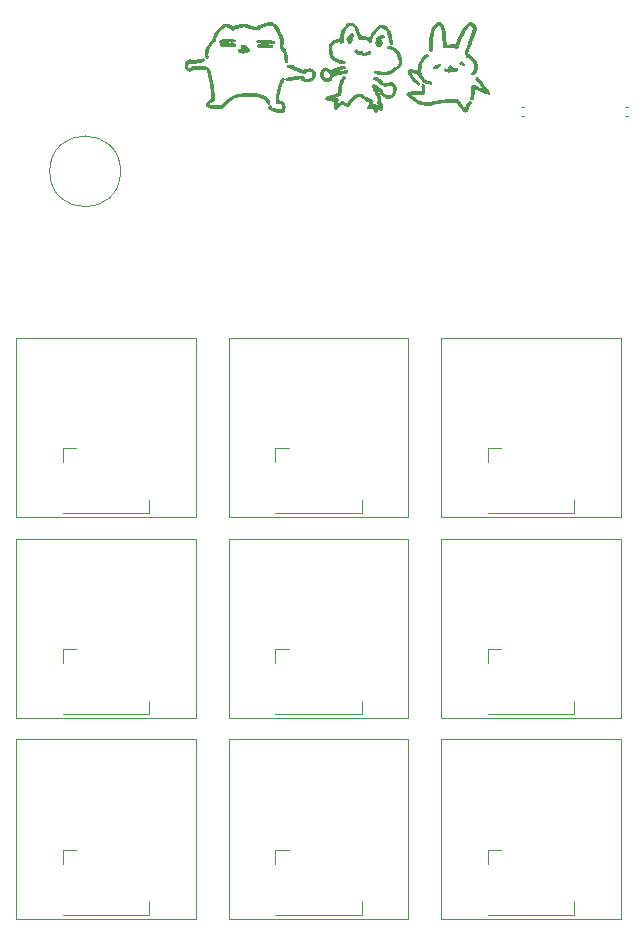
<source format=gbr>
%TF.GenerationSoftware,KiCad,Pcbnew,8.0.3*%
%TF.CreationDate,2024-08-13T15:55:55-04:00*%
%TF.ProjectId,MACROPAD,4d414352-4f50-4414-942e-6b696361645f,rev?*%
%TF.SameCoordinates,Original*%
%TF.FileFunction,Legend,Top*%
%TF.FilePolarity,Positive*%
%FSLAX46Y46*%
G04 Gerber Fmt 4.6, Leading zero omitted, Abs format (unit mm)*
G04 Created by KiCad (PCBNEW 8.0.3) date 2024-08-13 15:55:55*
%MOMM*%
%LPD*%
G01*
G04 APERTURE LIST*
%ADD10C,0.000000*%
%ADD11C,0.120000*%
%ADD12C,0.100000*%
G04 APERTURE END LIST*
D10*
%TO.C,G\u002A\u002A\u002A*%
G36*
X139213698Y-54073521D02*
G01*
X139272735Y-54112639D01*
X139293077Y-54177927D01*
X139273331Y-54280984D01*
X139212101Y-54433411D01*
X139156360Y-54550370D01*
X139048985Y-54798849D01*
X138965948Y-55065829D01*
X138902011Y-55371780D01*
X138851936Y-55737174D01*
X138851352Y-55742420D01*
X138838303Y-55880142D01*
X138840178Y-55956068D01*
X138860296Y-55988199D01*
X138897866Y-55994555D01*
X139006561Y-56023557D01*
X139133539Y-56096921D01*
X139248407Y-56194721D01*
X139299532Y-56257847D01*
X139348593Y-56389803D01*
X139363433Y-56561215D01*
X139344197Y-56738598D01*
X139296846Y-56877664D01*
X139229156Y-56979932D01*
X139143606Y-57045125D01*
X139028321Y-57074687D01*
X138871425Y-57070059D01*
X138661044Y-57032682D01*
X138448254Y-56980696D01*
X138212155Y-56907181D01*
X138049088Y-56826548D01*
X137951453Y-56732617D01*
X137911653Y-56619206D01*
X137911851Y-56544298D01*
X137945656Y-56438548D01*
X138012995Y-56401800D01*
X138103655Y-56435317D01*
X138183634Y-56510635D01*
X138252629Y-56577180D01*
X138342052Y-56628037D01*
X138472839Y-56672666D01*
X138629682Y-56712192D01*
X138796633Y-56749470D01*
X138903080Y-56767337D01*
X138966601Y-56766508D01*
X139004777Y-56747694D01*
X139022778Y-56728136D01*
X139062943Y-56630327D01*
X139070155Y-56509301D01*
X139042319Y-56413694D01*
X138954190Y-56339550D01*
X138822164Y-56289349D01*
X138717904Y-56276627D01*
X138626901Y-56268823D01*
X138566061Y-56237612D01*
X138531949Y-56171294D01*
X138521132Y-56058168D01*
X138530176Y-55886536D01*
X138549134Y-55701631D01*
X138610412Y-55269372D01*
X138689812Y-54907020D01*
X138789669Y-54605405D01*
X138875015Y-54421696D01*
X138987837Y-54230787D01*
X139084232Y-54114278D01*
X139167802Y-54068463D01*
X139213698Y-54073521D01*
G37*
G36*
X144390978Y-53936019D02*
G01*
X144463520Y-54005884D01*
X144461388Y-54100128D01*
X144398048Y-54205660D01*
X144354131Y-54286906D01*
X144304744Y-54428100D01*
X144248535Y-54634204D01*
X144184153Y-54910182D01*
X144110248Y-55260994D01*
X144108688Y-55268690D01*
X144075660Y-55427533D01*
X144050957Y-55524565D01*
X144027283Y-55577081D01*
X143997343Y-55602377D01*
X143962581Y-55615069D01*
X143882075Y-55645561D01*
X143767850Y-55694975D01*
X143729841Y-55712447D01*
X143636110Y-55758495D01*
X143610202Y-55781207D01*
X143645936Y-55789277D01*
X143674508Y-55790316D01*
X143773905Y-55813993D01*
X143830442Y-55853062D01*
X143856834Y-55898644D01*
X143861928Y-55961024D01*
X143844458Y-56061021D01*
X143809601Y-56195992D01*
X143801470Y-56244008D01*
X143821510Y-56244933D01*
X143879043Y-56193862D01*
X143947826Y-56123285D01*
X144057855Y-56021733D01*
X144136809Y-55977603D01*
X144163623Y-55979961D01*
X144224899Y-56020563D01*
X144322130Y-56088417D01*
X144370890Y-56123224D01*
X144468278Y-56189568D01*
X144537902Y-56230251D01*
X144554974Y-56236309D01*
X144589119Y-56204407D01*
X144643890Y-56123947D01*
X144669545Y-56080221D01*
X144767737Y-55946556D01*
X144912463Y-55797334D01*
X145078869Y-55654495D01*
X145242102Y-55539979D01*
X145338816Y-55489394D01*
X145568853Y-55434751D01*
X145803104Y-55453693D01*
X146023946Y-55542182D01*
X146206313Y-55688100D01*
X146298495Y-55759669D01*
X146390944Y-55792579D01*
X146397480Y-55792817D01*
X146490859Y-55822591D01*
X146537108Y-55866801D01*
X146614538Y-55923325D01*
X146670933Y-55924035D01*
X146766577Y-55938226D01*
X146812919Y-55972791D01*
X146840737Y-56024080D01*
X146832086Y-56087532D01*
X146782643Y-56188784D01*
X146773849Y-56204540D01*
X146720715Y-56302968D01*
X146707093Y-56346194D01*
X146731245Y-56348301D01*
X146757350Y-56338162D01*
X146924513Y-56287590D01*
X147042568Y-56299193D01*
X147103116Y-56353116D01*
X147163527Y-56418521D01*
X147209586Y-56437896D01*
X147231956Y-56416431D01*
X147198172Y-56347618D01*
X147179729Y-56320800D01*
X147110413Y-56193665D01*
X147102728Y-56098479D01*
X147136666Y-56054880D01*
X147168396Y-56014481D01*
X147170815Y-55943735D01*
X147141212Y-55833997D01*
X147076872Y-55676621D01*
X146975085Y-55462961D01*
X146911047Y-55335750D01*
X146805853Y-55126262D01*
X146734643Y-54974972D01*
X146692859Y-54869246D01*
X146675946Y-54796454D01*
X146679346Y-54743964D01*
X146688436Y-54718703D01*
X146759720Y-54640743D01*
X146864880Y-54629581D01*
X146993302Y-54684767D01*
X147059846Y-54734484D01*
X147174389Y-54824785D01*
X147313138Y-54925367D01*
X147373254Y-54966309D01*
X147503313Y-55074015D01*
X147620714Y-55206137D01*
X147658648Y-55262438D01*
X147779415Y-55423432D01*
X147919648Y-55515102D01*
X148097813Y-55548753D01*
X148127496Y-55549484D01*
X148284868Y-55516053D01*
X148404367Y-55422886D01*
X148477853Y-55285198D01*
X148497187Y-55118205D01*
X148454587Y-54937969D01*
X148370546Y-54814769D01*
X148250876Y-54763487D01*
X148094625Y-54783818D01*
X148039225Y-54804356D01*
X147898693Y-54851471D01*
X147781222Y-54855752D01*
X147663762Y-54811845D01*
X147523264Y-54714394D01*
X147471379Y-54672436D01*
X147266113Y-54507192D01*
X147112152Y-54393331D01*
X147002743Y-54326272D01*
X146931135Y-54301439D01*
X146923713Y-54301071D01*
X146836746Y-54271582D01*
X146794262Y-54200173D01*
X146796650Y-54112436D01*
X146844296Y-54033961D01*
X146919069Y-53994046D01*
X147016763Y-54004196D01*
X147156953Y-54066056D01*
X147327211Y-54172300D01*
X147515109Y-54315601D01*
X147623162Y-54409088D01*
X147720368Y-54492513D01*
X147788969Y-54529646D01*
X147858701Y-54529856D01*
X147939019Y-54508619D01*
X148184610Y-54462332D01*
X148388315Y-54483777D01*
X148550166Y-54571331D01*
X148691412Y-54734638D01*
X148769639Y-54938162D01*
X148789682Y-55148049D01*
X148756185Y-55388465D01*
X148663517Y-55585652D01*
X148523412Y-55734776D01*
X148347607Y-55831005D01*
X148147835Y-55869505D01*
X147935832Y-55845445D01*
X147723334Y-55753990D01*
X147579600Y-55646405D01*
X147479776Y-55542237D01*
X147402340Y-55436930D01*
X147382103Y-55398169D01*
X147322225Y-55299432D01*
X147258574Y-55238326D01*
X147226647Y-55227713D01*
X147227316Y-55261080D01*
X147263153Y-55347491D01*
X147325278Y-55473537D01*
X147416504Y-55676678D01*
X147464876Y-55851575D01*
X147479064Y-55986593D01*
X147512166Y-56209021D01*
X147580427Y-56402687D01*
X147642194Y-56579605D01*
X147638191Y-56720404D01*
X147569097Y-56819767D01*
X147523670Y-56846590D01*
X147414140Y-56867548D01*
X147336466Y-56840114D01*
X147260676Y-56812242D01*
X147210253Y-56841336D01*
X147191630Y-56866204D01*
X147095848Y-56988153D01*
X147018340Y-57040156D01*
X146945999Y-57026547D01*
X146880852Y-56968928D01*
X146829043Y-56871658D01*
X146814127Y-56787500D01*
X146807563Y-56713333D01*
X146775587Y-56685225D01*
X146699774Y-56697395D01*
X146615413Y-56725158D01*
X146481786Y-56746346D01*
X146370285Y-56719295D01*
X146301793Y-56652118D01*
X146290000Y-56598690D01*
X146307720Y-56516952D01*
X146353132Y-56397299D01*
X146390793Y-56316944D01*
X146460579Y-56171509D01*
X146488241Y-56093319D01*
X146474105Y-56081067D01*
X146443206Y-56107293D01*
X146388873Y-56145324D01*
X146327029Y-56144735D01*
X146243154Y-56099755D01*
X146122726Y-56004615D01*
X146069934Y-55958993D01*
X145941009Y-55857489D01*
X145816440Y-55778195D01*
X145722569Y-55737813D01*
X145720383Y-55737354D01*
X145564649Y-55743296D01*
X145389182Y-55809507D01*
X145210888Y-55924428D01*
X145046677Y-56076501D01*
X144913455Y-56254166D01*
X144882264Y-56310327D01*
X144789964Y-56455508D01*
X144690682Y-56528258D01*
X144569248Y-56536368D01*
X144483819Y-56514893D01*
X144358952Y-56466204D01*
X144252394Y-56412323D01*
X144243573Y-56406781D01*
X144188082Y-56377714D01*
X144137980Y-56381052D01*
X144071711Y-56425047D01*
X143978032Y-56508432D01*
X143819391Y-56648719D01*
X143702427Y-56735618D01*
X143614947Y-56775744D01*
X143544760Y-56775710D01*
X143510799Y-56761883D01*
X143447995Y-56689549D01*
X143428388Y-56559772D01*
X143451509Y-56367622D01*
X143466511Y-56297917D01*
X143487941Y-56196347D01*
X143496595Y-56136164D01*
X143495788Y-56130052D01*
X143455133Y-56121317D01*
X143354085Y-56104960D01*
X143212169Y-56084087D01*
X143167847Y-56077868D01*
X142945997Y-56035256D01*
X142798345Y-55977908D01*
X142719326Y-55902883D01*
X142701746Y-55831822D01*
X142715798Y-55769295D01*
X142765919Y-55716156D01*
X142864059Y-55665512D01*
X143022167Y-55610470D01*
X143151832Y-55572168D01*
X143383077Y-55506843D01*
X143549638Y-55456617D01*
X143663546Y-55411755D01*
X143736834Y-55362522D01*
X143781533Y-55299181D01*
X143809672Y-55211997D01*
X143833285Y-55091234D01*
X143848416Y-55008491D01*
X143917860Y-54672125D01*
X143986581Y-54408782D01*
X144057132Y-54210919D01*
X144132067Y-54070992D01*
X144188636Y-54003342D01*
X144272853Y-53932792D01*
X144334785Y-53915649D01*
X144390978Y-53936019D01*
G37*
G36*
X151066089Y-54626220D02*
G01*
X151097297Y-54655630D01*
X151142547Y-54710073D01*
X151169917Y-54775810D01*
X151183738Y-54873545D01*
X151188338Y-55023978D01*
X151188571Y-55092066D01*
X151186639Y-55262589D01*
X151177787Y-55372453D01*
X151157435Y-55441598D01*
X151121001Y-55489967D01*
X151091187Y-55515961D01*
X151046699Y-55546505D01*
X150993243Y-55566938D01*
X150918750Y-55577389D01*
X150811150Y-55577985D01*
X150658374Y-55568855D01*
X150448351Y-55550127D01*
X150202679Y-55525406D01*
X150079366Y-55514771D01*
X150022022Y-55518404D01*
X150016693Y-55539850D01*
X150036632Y-55567587D01*
X150116120Y-55638018D01*
X150248820Y-55730171D01*
X150414606Y-55832246D01*
X150593355Y-55932440D01*
X150764940Y-56018953D01*
X150909239Y-56079984D01*
X150912302Y-56081074D01*
X151038196Y-56121061D01*
X151157924Y-56145995D01*
X151285928Y-56155320D01*
X151436652Y-56148482D01*
X151624540Y-56124923D01*
X151864035Y-56084089D01*
X152123583Y-56034478D01*
X152387104Y-55984653D01*
X152599580Y-55950530D01*
X152788505Y-55929554D01*
X152981376Y-55919172D01*
X153205688Y-55916830D01*
X153374335Y-55918318D01*
X153992568Y-55926295D01*
X154131450Y-56080020D01*
X154231388Y-56200332D01*
X154344522Y-56350587D01*
X154419705Y-56458719D01*
X154569079Y-56683692D01*
X154660031Y-56460135D01*
X154764734Y-56234392D01*
X154864275Y-56083350D01*
X154957072Y-56009087D01*
X155008870Y-56002248D01*
X155104974Y-56046240D01*
X155151546Y-56126250D01*
X155134859Y-56216560D01*
X155128419Y-56226230D01*
X155084316Y-56300823D01*
X155023907Y-56419700D01*
X154977794Y-56518531D01*
X154884965Y-56722091D01*
X154815479Y-56863030D01*
X154761532Y-56953108D01*
X154715320Y-57004080D01*
X154669038Y-57027705D01*
X154635714Y-57033909D01*
X154524048Y-57019620D01*
X154448175Y-56984006D01*
X154384771Y-56921975D01*
X154295353Y-56813185D01*
X154197177Y-56678920D01*
X154177452Y-56650057D01*
X154074222Y-56495033D01*
X153995986Y-56383706D01*
X153926948Y-56308803D01*
X153851317Y-56263051D01*
X153753299Y-56239177D01*
X153617101Y-56229909D01*
X153426930Y-56227974D01*
X153259050Y-56227138D01*
X152995323Y-56226913D01*
X152787204Y-56232866D01*
X152609759Y-56247282D01*
X152438054Y-56272447D01*
X152247157Y-56310645D01*
X152176349Y-56326354D01*
X151849593Y-56396411D01*
X151583758Y-56442330D01*
X151362464Y-56462927D01*
X151169335Y-56457016D01*
X150987991Y-56423414D01*
X150802053Y-56360935D01*
X150595144Y-56268395D01*
X150462857Y-56202413D01*
X150298946Y-56108532D01*
X150125909Y-55992385D01*
X149957306Y-55865224D01*
X149806699Y-55738304D01*
X149687649Y-55622879D01*
X149613719Y-55530201D01*
X149596031Y-55483089D01*
X149619525Y-55422515D01*
X149673354Y-55343712D01*
X149707317Y-55306211D01*
X149747272Y-55280169D01*
X149807327Y-55263552D01*
X149901594Y-55254321D01*
X150044183Y-55250441D01*
X150249204Y-55249874D01*
X150322310Y-55250038D01*
X150893944Y-55251545D01*
X150879988Y-54952421D01*
X150875645Y-54792229D01*
X150883070Y-54693247D01*
X150905355Y-54636518D01*
X150936027Y-54608775D01*
X150999155Y-54589207D01*
X151066089Y-54626220D01*
G37*
G36*
X132462310Y-52433992D02*
G01*
X132537536Y-52489592D01*
X132580130Y-52569674D01*
X132582063Y-52589529D01*
X132558048Y-52649135D01*
X132481091Y-52703598D01*
X132343823Y-52755923D01*
X132138877Y-52809113D01*
X131943010Y-52850075D01*
X131738323Y-52888392D01*
X131595873Y-52909701D01*
X131499314Y-52915066D01*
X131432298Y-52905553D01*
X131386020Y-52886386D01*
X131272804Y-52857622D01*
X131187389Y-52895838D01*
X131140184Y-52989277D01*
X131141600Y-53126182D01*
X131147991Y-53155212D01*
X131199215Y-53232054D01*
X131281744Y-53252497D01*
X131367483Y-53214674D01*
X131403500Y-53172182D01*
X131435126Y-53134763D01*
X131484611Y-53111007D01*
X131568654Y-53097902D01*
X131703952Y-53092440D01*
X131850776Y-53091547D01*
X132179929Y-53096188D01*
X132432842Y-53110468D01*
X132613397Y-53134921D01*
X132725472Y-53170083D01*
X132772949Y-53216489D01*
X132773619Y-53218810D01*
X132822013Y-53280938D01*
X132864051Y-53293134D01*
X132948314Y-53319695D01*
X132976346Y-53343531D01*
X132999995Y-53400757D01*
X133035797Y-53522896D01*
X133080289Y-53695751D01*
X133130011Y-53905128D01*
X133181500Y-54136831D01*
X133231296Y-54376663D01*
X133244238Y-54442182D01*
X133262170Y-54553660D01*
X133285159Y-54724524D01*
X133310967Y-54934744D01*
X133337358Y-55164290D01*
X133362094Y-55393131D01*
X133382938Y-55601236D01*
X133397652Y-55768575D01*
X133403929Y-55871991D01*
X133402519Y-55984069D01*
X133377311Y-56046329D01*
X133308197Y-56088106D01*
X133236854Y-56115703D01*
X133114979Y-56170365D01*
X133017438Y-56230143D01*
X132996678Y-56247908D01*
X132950704Y-56313725D01*
X132966518Y-56361478D01*
X133048555Y-56392791D01*
X133201253Y-56409286D01*
X133429046Y-56412587D01*
X133446258Y-56412388D01*
X133862913Y-56407037D01*
X134260663Y-56056051D01*
X134499399Y-55853766D01*
X134703173Y-55703027D01*
X134889561Y-55594209D01*
X135076143Y-55517689D01*
X135280496Y-55463844D01*
X135375428Y-55445750D01*
X135559739Y-55421528D01*
X135789922Y-55403213D01*
X136047646Y-55391013D01*
X136314581Y-55385137D01*
X136572396Y-55385794D01*
X136802759Y-55393191D01*
X136987339Y-55407538D01*
X137097619Y-55426151D01*
X137421258Y-55531942D01*
X137675982Y-55662625D01*
X137871445Y-55824958D01*
X138017302Y-56025701D01*
X138053122Y-56095037D01*
X138092605Y-56195526D01*
X138089497Y-56259613D01*
X138066845Y-56294849D01*
X137987246Y-56352986D01*
X137901221Y-56338255D01*
X137804176Y-56248587D01*
X137728851Y-56142662D01*
X137603901Y-55987420D01*
X137445270Y-55866227D01*
X137245495Y-55777217D01*
X136997113Y-55718521D01*
X136692660Y-55688273D01*
X136324675Y-55684604D01*
X135962519Y-55700601D01*
X135701435Y-55718305D01*
X135505156Y-55735752D01*
X135357902Y-55755462D01*
X135243892Y-55779959D01*
X135147345Y-55811765D01*
X135076133Y-55842287D01*
X134945599Y-55916755D01*
X134777865Y-56032334D01*
X134592788Y-56173162D01*
X134410228Y-56323373D01*
X134250041Y-56467102D01*
X134132087Y-56588487D01*
X134112744Y-56611925D01*
X134074390Y-56657262D01*
X134033432Y-56687690D01*
X133974176Y-56706111D01*
X133880925Y-56715424D01*
X133737982Y-56718528D01*
X133536677Y-56718349D01*
X133256278Y-56711119D01*
X133039105Y-56692144D01*
X132893218Y-56662156D01*
X132884978Y-56659342D01*
X132722407Y-56573766D01*
X132635453Y-56462009D01*
X132624814Y-56327717D01*
X132691190Y-56174535D01*
X132772011Y-56070918D01*
X132874474Y-55970092D01*
X132972985Y-55893253D01*
X133018475Y-55868479D01*
X133086699Y-55826742D01*
X133096864Y-55757502D01*
X133089884Y-55721526D01*
X133076140Y-55637569D01*
X133058392Y-55494502D01*
X133039101Y-55313588D01*
X133023488Y-55147738D01*
X132994738Y-54892514D01*
X132951447Y-54595420D01*
X132898252Y-54282525D01*
X132839786Y-53979899D01*
X132780686Y-53713610D01*
X132742127Y-53565277D01*
X132699225Y-53414087D01*
X132149930Y-53414087D01*
X131915928Y-53415916D01*
X131749539Y-53422273D01*
X131637805Y-53434461D01*
X131567770Y-53453785D01*
X131531905Y-53476286D01*
X131395460Y-53551516D01*
X131242425Y-53560392D01*
X131090639Y-53509477D01*
X130957940Y-53405334D01*
X130862168Y-53254524D01*
X130851249Y-53225888D01*
X130819246Y-53115713D01*
X130817782Y-53026450D01*
X130848530Y-52917813D01*
X130865966Y-52871012D01*
X130966322Y-52694359D01*
X131102484Y-52579400D01*
X131262547Y-52532088D01*
X131434608Y-52558377D01*
X131465402Y-52571143D01*
X131534873Y-52589035D01*
X131635697Y-52587791D01*
X131784528Y-52566145D01*
X131941029Y-52535054D01*
X132112638Y-52497475D01*
X132258926Y-52463071D01*
X132358663Y-52436948D01*
X132385357Y-52428219D01*
X132462310Y-52433992D01*
G37*
G36*
X155725405Y-54128202D02*
G01*
X155874022Y-54271605D01*
X156054202Y-54488494D01*
X156077783Y-54519235D01*
X156204322Y-54681558D01*
X156345629Y-54857120D01*
X156453073Y-54986468D01*
X156600627Y-55171827D01*
X156688076Y-55312501D01*
X156717504Y-55415139D01*
X156690994Y-55486384D01*
X156622927Y-55528437D01*
X156562812Y-55522923D01*
X156446725Y-55490585D01*
X156292072Y-55438034D01*
X156116257Y-55371881D01*
X155936684Y-55298739D01*
X155770757Y-55225219D01*
X155635882Y-55157934D01*
X155611108Y-55144050D01*
X155498470Y-55087125D01*
X155428841Y-55068480D01*
X155413093Y-55090353D01*
X155420295Y-55104816D01*
X155425844Y-55160623D01*
X155418874Y-55272864D01*
X155400920Y-55418571D01*
X155398066Y-55437435D01*
X155346825Y-55688802D01*
X155282991Y-55861319D01*
X155206730Y-55954739D01*
X155118209Y-55968817D01*
X155057872Y-55938054D01*
X155023003Y-55906402D01*
X155008977Y-55864276D01*
X155015844Y-55791607D01*
X155043651Y-55668326D01*
X155058667Y-55608204D01*
X155108720Y-55307776D01*
X155106466Y-55057516D01*
X155098026Y-54898281D01*
X155106687Y-54798005D01*
X155134874Y-54736358D01*
X155146318Y-54723529D01*
X155187122Y-54692270D01*
X155237783Y-54681448D01*
X155311706Y-54694464D01*
X155422296Y-54734718D01*
X155582959Y-54805610D01*
X155718078Y-54868548D01*
X155866807Y-54937737D01*
X155985579Y-54991573D01*
X156057336Y-55022395D01*
X156070360Y-55026785D01*
X156056042Y-54998072D01*
X156002309Y-54921877D01*
X155920815Y-54813118D01*
X155823215Y-54686714D01*
X155721166Y-54557582D01*
X155626321Y-54440641D01*
X155550337Y-54350810D01*
X155504904Y-54303034D01*
X155448506Y-54215489D01*
X155458653Y-54122594D01*
X155520823Y-54060170D01*
X155607842Y-54057863D01*
X155725405Y-54128202D01*
G37*
G36*
X151434332Y-52086811D02*
G01*
X151481581Y-52147978D01*
X151476558Y-52220201D01*
X151414637Y-52315435D01*
X151297977Y-52439006D01*
X151100773Y-52680699D01*
X150961572Y-52954916D01*
X150883401Y-53246655D01*
X150869287Y-53540913D01*
X150922255Y-53822688D01*
X150987272Y-53979088D01*
X151099937Y-54128252D01*
X151270159Y-54242613D01*
X151494594Y-54325479D01*
X151665740Y-54382907D01*
X151765533Y-54442545D01*
X151803070Y-54512067D01*
X151794770Y-54578767D01*
X151756197Y-54643250D01*
X151685080Y-54669690D01*
X151568550Y-54658897D01*
X151393741Y-54611679D01*
X151373428Y-54605262D01*
X151121694Y-54493556D01*
X150905682Y-54336180D01*
X150741386Y-54147027D01*
X150658704Y-53984346D01*
X150619752Y-53883378D01*
X150577844Y-53821350D01*
X150511114Y-53781471D01*
X150397693Y-53746953D01*
X150325795Y-53728745D01*
X150190168Y-53697725D01*
X150088745Y-53679939D01*
X150043222Y-53679180D01*
X150043090Y-53679303D01*
X150052318Y-53722404D01*
X150103616Y-53809639D01*
X150185078Y-53925241D01*
X150284797Y-54053441D01*
X150390867Y-54178469D01*
X150491381Y-54284558D01*
X150521532Y-54312931D01*
X150625749Y-54410836D01*
X150706448Y-54493320D01*
X150741091Y-54535437D01*
X150739523Y-54598621D01*
X150695354Y-54675478D01*
X150631745Y-54733024D01*
X150594230Y-54744563D01*
X150550207Y-54718332D01*
X150464049Y-54648129D01*
X150350947Y-54546685D01*
X150293578Y-54492579D01*
X150052190Y-54241529D01*
X149878026Y-54013179D01*
X149764349Y-53798111D01*
X149732693Y-53708387D01*
X149702669Y-53595722D01*
X149703588Y-53526758D01*
X149740645Y-53468783D01*
X149776686Y-53431355D01*
X149837763Y-53374907D01*
X149894219Y-53345428D01*
X149967538Y-53341067D01*
X150079200Y-53359977D01*
X150220952Y-53393122D01*
X150356155Y-53424316D01*
X150461842Y-53446066D01*
X150508046Y-53452968D01*
X150536911Y-53417027D01*
X150564063Y-53321177D01*
X150579712Y-53220381D01*
X150621368Y-53013892D01*
X150695530Y-52804125D01*
X150794333Y-52601511D01*
X150909916Y-52416476D01*
X151034414Y-52259453D01*
X151159966Y-52140869D01*
X151278709Y-52071154D01*
X151382779Y-52060738D01*
X151434332Y-52086811D01*
G37*
G36*
X139762297Y-52976078D02*
G01*
X139962514Y-53041947D01*
X140215045Y-53147133D01*
X140489671Y-53277433D01*
X140837754Y-53450498D01*
X140992084Y-53371816D01*
X141175854Y-53311531D01*
X141403985Y-53293134D01*
X141549682Y-53296733D01*
X141644694Y-53314444D01*
X141718881Y-53356638D01*
X141798635Y-53430214D01*
X141905628Y-53588757D01*
X141946118Y-53770548D01*
X141923927Y-53959381D01*
X141842877Y-54139052D01*
X141706789Y-54293357D01*
X141574418Y-54380909D01*
X141387711Y-54443656D01*
X141181070Y-54462094D01*
X140985795Y-54436053D01*
X140861621Y-54384823D01*
X140770259Y-54322148D01*
X140711974Y-54269528D01*
X140708051Y-54264021D01*
X140659603Y-54232667D01*
X140561223Y-54223268D01*
X140405115Y-54236229D01*
X140183486Y-54271953D01*
X140047127Y-54298184D01*
X139788475Y-54343648D01*
X139598065Y-54361341D01*
X139468045Y-54350175D01*
X139390566Y-54309060D01*
X139357775Y-54236908D01*
X139355397Y-54202211D01*
X139380864Y-54117282D01*
X139463624Y-54071531D01*
X139596161Y-54059166D01*
X139684256Y-54051141D01*
X139827312Y-54029599D01*
X140001536Y-53998337D01*
X140101270Y-53978531D01*
X140416951Y-53922351D01*
X140661941Y-53898897D01*
X140839380Y-53908473D01*
X140952406Y-53951383D01*
X141004159Y-54027933D01*
X141008412Y-54066462D01*
X141040475Y-54134441D01*
X141123672Y-54166130D01*
X141238519Y-54164160D01*
X141365531Y-54131163D01*
X141485222Y-54069769D01*
X141572226Y-53990334D01*
X141641966Y-53854601D01*
X141640882Y-53725182D01*
X141585715Y-53634292D01*
X141491225Y-53589634D01*
X141357939Y-53583549D01*
X141215929Y-53612669D01*
X141095267Y-53673624D01*
X141073859Y-53691640D01*
X140982713Y-53753374D01*
X140901446Y-53776944D01*
X140833444Y-53759820D01*
X140711970Y-53713421D01*
X140555331Y-53645209D01*
X140411808Y-53577409D01*
X140221974Y-53488266D01*
X140034556Y-53406569D01*
X139875321Y-53343245D01*
X139795356Y-53315979D01*
X139666827Y-53272536D01*
X139566019Y-53229106D01*
X139531640Y-53208196D01*
X139481007Y-53121503D01*
X139495802Y-53022726D01*
X139538955Y-52968827D01*
X139619431Y-52951159D01*
X139762297Y-52976078D01*
G37*
G36*
X144437339Y-53109614D02*
G01*
X144470810Y-53163430D01*
X144475714Y-53208981D01*
X144460138Y-53279183D01*
X144404274Y-53334063D01*
X144294420Y-53382526D01*
X144139181Y-53427730D01*
X144009494Y-53464791D01*
X143913406Y-53498355D01*
X143877117Y-53517241D01*
X143894874Y-53528757D01*
X143970293Y-53526413D01*
X144082147Y-53513050D01*
X144209213Y-53491512D01*
X144330266Y-53464639D01*
X144384367Y-53449319D01*
X144532448Y-53426722D01*
X144642881Y-53458568D01*
X144695306Y-53523805D01*
X144696151Y-53604157D01*
X144629354Y-53672675D01*
X144491039Y-53731474D01*
X144277333Y-53782666D01*
X144193492Y-53797603D01*
X143998313Y-53832804D01*
X143807347Y-53871594D01*
X143652263Y-53907397D01*
X143608889Y-53918976D01*
X143482489Y-53962431D01*
X143407349Y-54016182D01*
X143355085Y-54103125D01*
X143341454Y-54134681D01*
X143276732Y-54250435D01*
X143198647Y-54339259D01*
X143180184Y-54352772D01*
X143041260Y-54411222D01*
X142879735Y-54439013D01*
X142731293Y-54432127D01*
X142665364Y-54410718D01*
X142497812Y-54283667D01*
X142380024Y-54109033D01*
X142315620Y-53905358D01*
X142310215Y-53748997D01*
X142629056Y-53748997D01*
X142641007Y-53919310D01*
X142694571Y-54047858D01*
X142779211Y-54124790D01*
X142884386Y-54140257D01*
X142993263Y-54089404D01*
X143050341Y-54020218D01*
X143108975Y-53913096D01*
X143119864Y-53887817D01*
X143155280Y-53790561D01*
X143155800Y-53746557D01*
X143124425Y-53736627D01*
X143074314Y-53716468D01*
X143225873Y-53716468D01*
X143246031Y-53736627D01*
X143266190Y-53716468D01*
X143246031Y-53696309D01*
X143225873Y-53716468D01*
X143074314Y-53716468D01*
X143062198Y-53711594D01*
X142969453Y-53648127D01*
X142921119Y-53608183D01*
X142836147Y-53548478D01*
X143763439Y-53548478D01*
X143768973Y-53572447D01*
X143790317Y-53575357D01*
X143823503Y-53560605D01*
X143817196Y-53548478D01*
X143769348Y-53543653D01*
X143763439Y-53548478D01*
X142836147Y-53548478D01*
X142802665Y-53524952D01*
X142716819Y-53514480D01*
X142660736Y-53578137D01*
X142631571Y-53717295D01*
X142629056Y-53748997D01*
X142310215Y-53748997D01*
X142308217Y-53691183D01*
X142361434Y-53485051D01*
X142454943Y-53332503D01*
X142590397Y-53222016D01*
X142744714Y-53188833D01*
X142913187Y-53233141D01*
X143035363Y-53309100D01*
X143186039Y-53424026D01*
X143558734Y-53293538D01*
X143853217Y-53194146D01*
X144081141Y-53126720D01*
X144249683Y-53090597D01*
X144366023Y-53085116D01*
X144437339Y-53109614D01*
G37*
G36*
X148224913Y-51371544D02*
G01*
X148345853Y-51406897D01*
X148454301Y-51444732D01*
X148678123Y-51561216D01*
X148884513Y-51728353D01*
X149052961Y-51926010D01*
X149162958Y-52134053D01*
X149166341Y-52143736D01*
X149248340Y-52453285D01*
X149266849Y-52724548D01*
X149218818Y-52963949D01*
X149101195Y-53177911D01*
X148910928Y-53372857D01*
X148644967Y-53555210D01*
X148444716Y-53662777D01*
X148253282Y-53755518D01*
X148109063Y-53816910D01*
X147988438Y-53854132D01*
X147867786Y-53874363D01*
X147723486Y-53884782D01*
X147712521Y-53885300D01*
X147506318Y-53887020D01*
X147342476Y-53866934D01*
X147184586Y-53820466D01*
X147178365Y-53818175D01*
X147000281Y-53742541D01*
X146896412Y-53673084D01*
X146861138Y-53604642D01*
X146880275Y-53544362D01*
X146938142Y-53497198D01*
X147037258Y-53483492D01*
X147188292Y-53503484D01*
X147396900Y-53555986D01*
X147538673Y-53592645D01*
X147643242Y-53604020D01*
X147749902Y-53590311D01*
X147873935Y-53558426D01*
X148066159Y-53493580D01*
X148278863Y-53403932D01*
X148483594Y-53302940D01*
X148651900Y-53204061D01*
X148708166Y-53163846D01*
X148855992Y-53011202D01*
X148933393Y-52832133D01*
X148950686Y-52663203D01*
X148917872Y-52390372D01*
X148825616Y-52132190D01*
X148746675Y-51999198D01*
X148624167Y-51878645D01*
X148455580Y-51776821D01*
X148272948Y-51709398D01*
X148117401Y-51691370D01*
X148014799Y-51690785D01*
X147966877Y-51664120D01*
X147949864Y-51606556D01*
X147968071Y-51500300D01*
X148035802Y-51407936D01*
X148128861Y-51359623D01*
X148149339Y-51357896D01*
X148224913Y-51371544D01*
G37*
G36*
X155267841Y-49455199D02*
G01*
X155404014Y-49571054D01*
X155502149Y-49729104D01*
X155550587Y-49916554D01*
X155545720Y-50079079D01*
X155521001Y-50173569D01*
X155470397Y-50324491D01*
X155400242Y-50514355D01*
X155316868Y-50725673D01*
X155273467Y-50830896D01*
X155112039Y-51221377D01*
X154984579Y-51540565D01*
X154891197Y-51788150D01*
X154832005Y-51963822D01*
X154807114Y-52067272D01*
X154816636Y-52098190D01*
X154818913Y-52097511D01*
X154903157Y-52103634D01*
X155027248Y-52162894D01*
X155178088Y-52267609D01*
X155327555Y-52395921D01*
X155469057Y-52549991D01*
X155556413Y-52704703D01*
X155583280Y-52781941D01*
X155637011Y-53065524D01*
X155629129Y-53332763D01*
X155561777Y-53569614D01*
X155437098Y-53762031D01*
X155433111Y-53766314D01*
X155341618Y-53827758D01*
X155230911Y-53857551D01*
X155135210Y-53848958D01*
X155106084Y-53830701D01*
X155076768Y-53756563D01*
X155088478Y-53665906D01*
X155133141Y-53598798D01*
X155154926Y-53588324D01*
X155228089Y-53538660D01*
X155275879Y-53469249D01*
X155310253Y-53333121D01*
X155319564Y-53155328D01*
X155304919Y-52970471D01*
X155267426Y-52813155D01*
X155253817Y-52780494D01*
X155180034Y-52671843D01*
X155070698Y-52561744D01*
X154949294Y-52469396D01*
X154839307Y-52413996D01*
X154795871Y-52406150D01*
X154713429Y-52377112D01*
X154673314Y-52342400D01*
X154640819Y-52279398D01*
X154664004Y-52207615D01*
X154673671Y-52191210D01*
X154702666Y-52136824D01*
X154696182Y-52132589D01*
X154640838Y-52138727D01*
X154585454Y-52118607D01*
X154530196Y-52067256D01*
X154521785Y-51981112D01*
X154526528Y-51946088D01*
X154552375Y-51849781D01*
X154608643Y-51686153D01*
X154692899Y-51461518D01*
X154802709Y-51182192D01*
X154935638Y-50854490D01*
X155089253Y-50484729D01*
X155095055Y-50470912D01*
X155192159Y-50203760D01*
X155234405Y-49994928D01*
X155221874Y-49843716D01*
X155177120Y-49768236D01*
X155073236Y-49710398D01*
X154957474Y-49731961D01*
X154830859Y-49832733D01*
X154829561Y-49834119D01*
X154759287Y-49929264D01*
X154666914Y-50082673D01*
X154560535Y-50277844D01*
X154448247Y-50498272D01*
X154338143Y-50727453D01*
X154238317Y-50948885D01*
X154156866Y-51146063D01*
X154101882Y-51302484D01*
X154092076Y-51337738D01*
X154034876Y-51517069D01*
X153970888Y-51620562D01*
X153895068Y-51652996D01*
X153802373Y-51619149D01*
X153798040Y-51616351D01*
X153715650Y-51579785D01*
X153604570Y-51568562D01*
X153452671Y-51578451D01*
X153194942Y-51599102D01*
X152981334Y-51603944D01*
X152822987Y-51593229D01*
X152731043Y-51567208D01*
X152723631Y-51561971D01*
X152701185Y-51519463D01*
X152683358Y-51427940D01*
X152669309Y-51279066D01*
X152658195Y-51064501D01*
X152650927Y-50842752D01*
X152640972Y-50559812D01*
X152627633Y-50342522D01*
X152609318Y-50175917D01*
X152584434Y-50045031D01*
X152555586Y-49946785D01*
X152509157Y-49822023D01*
X152468885Y-49755763D01*
X152416763Y-49729579D01*
X152338901Y-49725039D01*
X152243380Y-49735579D01*
X152177490Y-49780657D01*
X152111890Y-49880465D01*
X152111167Y-49881753D01*
X152040609Y-50046479D01*
X151974668Y-50272238D01*
X151917091Y-50539433D01*
X151871621Y-50828467D01*
X151842004Y-51119742D01*
X151832239Y-51341339D01*
X151827373Y-51560812D01*
X151817528Y-51712020D01*
X151799490Y-51807313D01*
X151770048Y-51859042D01*
X151725988Y-51879558D01*
X151691579Y-51882023D01*
X151605268Y-51844553D01*
X151546191Y-51734423D01*
X151514863Y-51555054D01*
X151511801Y-51309864D01*
X151537519Y-51002275D01*
X151547259Y-50925311D01*
X151613069Y-50504549D01*
X151689176Y-50159162D01*
X151777929Y-49884281D01*
X151881679Y-49675039D01*
X152002777Y-49526569D01*
X152143573Y-49434001D01*
X152286241Y-49394838D01*
X152456236Y-49396128D01*
X152598641Y-49452090D01*
X152715384Y-49566652D01*
X152808390Y-49743738D01*
X152879586Y-49987277D01*
X152930901Y-50301193D01*
X152964259Y-50689415D01*
X152969474Y-50787135D01*
X152995474Y-51325103D01*
X153120118Y-51296508D01*
X153225962Y-51277763D01*
X153377004Y-51257528D01*
X153518701Y-51242349D01*
X153792641Y-51216785D01*
X153924654Y-50894246D01*
X154090938Y-50515598D01*
X154260563Y-50181314D01*
X154429246Y-49897764D01*
X154592705Y-49671321D01*
X154746659Y-49508355D01*
X154886825Y-49415239D01*
X154928016Y-49401247D01*
X155105288Y-49394331D01*
X155267841Y-49455199D01*
G37*
G36*
X153477414Y-53064669D02*
G01*
X153579776Y-53145837D01*
X153642192Y-53227367D01*
X153691830Y-53277957D01*
X153750647Y-53266374D01*
X153778654Y-53249951D01*
X153854858Y-53217503D01*
X153916864Y-53242079D01*
X153926885Y-53250100D01*
X153982563Y-53333623D01*
X153974355Y-53422585D01*
X153917116Y-53505061D01*
X153825705Y-53569127D01*
X153714976Y-53602859D01*
X153599788Y-53594331D01*
X153535327Y-53564372D01*
X153462231Y-53527277D01*
X153402323Y-53541308D01*
X153349726Y-53580087D01*
X153226785Y-53643981D01*
X153085893Y-53642065D01*
X152962524Y-53600115D01*
X152824320Y-53520655D01*
X152763953Y-53434731D01*
X152778663Y-53338244D01*
X152781882Y-53332011D01*
X152840392Y-53272230D01*
X152932502Y-53266026D01*
X153068269Y-53310448D01*
X153113550Y-53316354D01*
X153119215Y-53266339D01*
X153114106Y-53235734D01*
X153115270Y-53153857D01*
X153172673Y-53104736D01*
X153202509Y-53092283D01*
X153359402Y-53049197D01*
X153477414Y-53064669D01*
G37*
G36*
X152444347Y-52912595D02*
G01*
X152497283Y-52948501D01*
X152529106Y-53038757D01*
X152486171Y-53133208D01*
X152373358Y-53223406D01*
X152323028Y-53250122D01*
X152163359Y-53310001D01*
X152021459Y-53331841D01*
X151915464Y-53314951D01*
X151866286Y-53267496D01*
X151866270Y-53170131D01*
X151944793Y-53085865D01*
X152088515Y-53020031D01*
X152190527Y-52978431D01*
X152250397Y-52939329D01*
X152256984Y-52926918D01*
X152288819Y-52895709D01*
X152362291Y-52891925D01*
X152444347Y-52912595D01*
G37*
G36*
X154385463Y-52773444D02*
G01*
X154499964Y-52844495D01*
X154557237Y-52906144D01*
X154574904Y-52978983D01*
X154575238Y-52995190D01*
X154552739Y-53086888D01*
X154482916Y-53119976D01*
X154362283Y-53094950D01*
X154244173Y-53042328D01*
X154110865Y-52960202D01*
X154053502Y-52883524D01*
X154068501Y-52804429D01*
X154111750Y-52751539D01*
X154195687Y-52668214D01*
X154385463Y-52773444D01*
G37*
G36*
X145163878Y-49469270D02*
G01*
X145197384Y-49486931D01*
X145347338Y-49615998D01*
X145490041Y-49819971D01*
X145621815Y-50093200D01*
X145665167Y-50205499D01*
X145773034Y-50501251D01*
X145951011Y-50525645D01*
X146105290Y-50560815D01*
X146257328Y-50616224D01*
X146281472Y-50627832D01*
X146433956Y-50705623D01*
X146565526Y-50451861D01*
X146698296Y-50231815D01*
X146857851Y-50023489D01*
X147028898Y-49843352D01*
X147196144Y-49707872D01*
X147316914Y-49642713D01*
X147517448Y-49596397D01*
X147706306Y-49621113D01*
X147900095Y-49719563D01*
X147933854Y-49743196D01*
X148061220Y-49862131D01*
X148170533Y-50025666D01*
X148266454Y-50243684D01*
X148353645Y-50526068D01*
X148407487Y-50747218D01*
X148454463Y-50972152D01*
X148476905Y-51130664D01*
X148473659Y-51233503D01*
X148443568Y-51291419D01*
X148385477Y-51315163D01*
X148346190Y-51317579D01*
X148289164Y-51307245D01*
X148243575Y-51268021D01*
X148203495Y-51187574D01*
X148162994Y-51053571D01*
X148116145Y-50853680D01*
X148110294Y-50826886D01*
X148045195Y-50551459D01*
X147982574Y-50343305D01*
X147917107Y-50189442D01*
X147843471Y-50076888D01*
X147774215Y-50007111D01*
X147626722Y-49922847D01*
X147474390Y-49915662D01*
X147315447Y-49986268D01*
X147148122Y-50135376D01*
X147003585Y-50316486D01*
X146877610Y-50508474D01*
X146780852Y-50686857D01*
X146719870Y-50837191D01*
X146701226Y-50945035D01*
X146706269Y-50971011D01*
X146697806Y-51039619D01*
X146643404Y-51104916D01*
X146571191Y-51142825D01*
X146515308Y-51134455D01*
X146347861Y-51013010D01*
X146223358Y-50932762D01*
X146121226Y-50885235D01*
X146020892Y-50861949D01*
X145901784Y-50854428D01*
X145834572Y-50853928D01*
X145555041Y-50853928D01*
X145440824Y-50503687D01*
X145332793Y-50200695D01*
X145229098Y-49973629D01*
X145125389Y-49818247D01*
X145017317Y-49730309D01*
X144900531Y-49705575D01*
X144770683Y-49739803D01*
X144697441Y-49778956D01*
X144570583Y-49896445D01*
X144458726Y-50075372D01*
X144368925Y-50296929D01*
X144308237Y-50542311D01*
X144283717Y-50792712D01*
X144284993Y-50878222D01*
X144278157Y-51018558D01*
X144247178Y-51118148D01*
X144238743Y-51130206D01*
X144156473Y-51187121D01*
X144070721Y-51188479D01*
X144010776Y-51136001D01*
X144003688Y-51116378D01*
X143970403Y-51060076D01*
X143898087Y-51056219D01*
X143876430Y-51060765D01*
X143715065Y-51110449D01*
X143563965Y-51177843D01*
X143447036Y-51250716D01*
X143391875Y-51308737D01*
X143330745Y-51496457D01*
X143317621Y-51718795D01*
X143348946Y-51948375D01*
X143421164Y-52157818D01*
X143522029Y-52310664D01*
X143655233Y-52415392D01*
X143836435Y-52508867D01*
X144033035Y-52577421D01*
X144212432Y-52607384D01*
X144230516Y-52607738D01*
X144344168Y-52636167D01*
X144422443Y-52707357D01*
X144448165Y-52800159D01*
X144432061Y-52855876D01*
X144360230Y-52911629D01*
X144225373Y-52925034D01*
X144024843Y-52896263D01*
X143976493Y-52885432D01*
X143803004Y-52827512D01*
X143614359Y-52737523D01*
X143436406Y-52630346D01*
X143294992Y-52520860D01*
X143238871Y-52460822D01*
X143120111Y-52244684D01*
X143047577Y-51974565D01*
X143025171Y-51684108D01*
X143052602Y-51406766D01*
X143136168Y-51183756D01*
X143280844Y-51008575D01*
X143491604Y-50874723D01*
X143705718Y-50794632D01*
X143980681Y-50712745D01*
X144003410Y-50520835D01*
X144061137Y-50251108D01*
X144163569Y-49992551D01*
X144300265Y-49763233D01*
X144460782Y-49581222D01*
X144605907Y-49478356D01*
X144785530Y-49422958D01*
X144983632Y-49420105D01*
X145163878Y-49469270D01*
G37*
G36*
X138117635Y-49359432D02*
G01*
X138308261Y-49408871D01*
X138475083Y-49497324D01*
X138626539Y-49633478D01*
X138771066Y-49826023D01*
X138917100Y-50083647D01*
X139012710Y-50281188D01*
X139132849Y-50573685D01*
X139200895Y-50824936D01*
X139220266Y-51052180D01*
X139201816Y-51234969D01*
X139181411Y-51362946D01*
X139183976Y-51441632D01*
X139216553Y-51500780D01*
X139279709Y-51564105D01*
X139413305Y-51737097D01*
X139512692Y-51963407D01*
X139571979Y-52220851D01*
X139585272Y-52487247D01*
X139567673Y-52648055D01*
X139539996Y-52763233D01*
X139501296Y-52820163D01*
X139436135Y-52841110D01*
X139433618Y-52841414D01*
X139345898Y-52840283D01*
X139303491Y-52824615D01*
X139289233Y-52772653D01*
X139278880Y-52663158D01*
X139274558Y-52519215D01*
X139274537Y-52510304D01*
X139259766Y-52236612D01*
X139213695Y-52026875D01*
X139132955Y-51869401D01*
X139069139Y-51797618D01*
X138993738Y-51714682D01*
X138953124Y-51645735D01*
X138950940Y-51634022D01*
X138926975Y-51559762D01*
X138894367Y-51506719D01*
X138860796Y-51430361D01*
X138869725Y-51325955D01*
X138879768Y-51286426D01*
X138910408Y-51097798D01*
X138896982Y-50896797D01*
X138836570Y-50669006D01*
X138726255Y-50400012D01*
X138681087Y-50305225D01*
X138589290Y-50127468D01*
X138498395Y-49968407D01*
X138419962Y-49847371D01*
X138372789Y-49789803D01*
X138222233Y-49702012D01*
X138027640Y-49669472D01*
X137801998Y-49690421D01*
X137558291Y-49763099D01*
X137309508Y-49885742D01*
X137213432Y-49947063D01*
X137090514Y-50023968D01*
X136990800Y-50073595D01*
X136934221Y-50086179D01*
X136931790Y-50085079D01*
X136866247Y-50064887D01*
X136759829Y-50048968D01*
X136741872Y-50047361D01*
X136631114Y-50027568D01*
X136476698Y-49986471D01*
X136309915Y-49932508D01*
X136291270Y-49925828D01*
X136119618Y-49868262D01*
X135983387Y-49838465D01*
X135844472Y-49831099D01*
X135677450Y-49839856D01*
X135469009Y-49868599D01*
X135278822Y-49918306D01*
X135126458Y-49982194D01*
X135031480Y-50053483D01*
X135021626Y-50067161D01*
X134959359Y-50105953D01*
X134860553Y-50077012D01*
X134722934Y-49979611D01*
X134707961Y-49966944D01*
X134529349Y-49853998D01*
X134349766Y-49821558D01*
X134166526Y-49869513D01*
X134049620Y-49939775D01*
X133888749Y-50083383D01*
X133742180Y-50263234D01*
X133620803Y-50460249D01*
X133535509Y-50655350D01*
X133497188Y-50829456D01*
X133499238Y-50904005D01*
X133502975Y-50991091D01*
X133467894Y-51043629D01*
X133375163Y-51090348D01*
X133239748Y-51180089D01*
X133114887Y-51334620D01*
X132996314Y-51560036D01*
X132926450Y-51731753D01*
X132858152Y-51935327D01*
X132828971Y-52086430D01*
X132837305Y-52202190D01*
X132874365Y-52288371D01*
X132900982Y-52354138D01*
X132874206Y-52408795D01*
X132826986Y-52451195D01*
X132729210Y-52531306D01*
X132629718Y-52431814D01*
X132549548Y-52295924D01*
X132528125Y-52106879D01*
X132565472Y-51864016D01*
X132661617Y-51566671D01*
X132662995Y-51563113D01*
X132751325Y-51358029D01*
X132844525Y-51199145D01*
X132963134Y-51053567D01*
X133015433Y-50998669D01*
X133144589Y-50855789D01*
X133217882Y-50744210D01*
X133245270Y-50648654D01*
X133245498Y-50645715D01*
X133290465Y-50461085D01*
X133391585Y-50255461D01*
X133534263Y-50046536D01*
X133703905Y-49852007D01*
X133885915Y-49689567D01*
X134065699Y-49576910D01*
X134154558Y-49543580D01*
X134373489Y-49515282D01*
X134584684Y-49542882D01*
X134762182Y-49622135D01*
X134797286Y-49648709D01*
X134916385Y-49748924D01*
X135089780Y-49659401D01*
X135189769Y-49616077D01*
X135304498Y-49586451D01*
X135454548Y-49566958D01*
X135660502Y-49554032D01*
X135710213Y-49551921D01*
X135908876Y-49545114D01*
X136052701Y-49546202D01*
X136167388Y-49559169D01*
X136278637Y-49587997D01*
X136412151Y-49636672D01*
X136511212Y-49676087D01*
X136865174Y-49818210D01*
X137124127Y-49644539D01*
X137363268Y-49511216D01*
X137620039Y-49414139D01*
X137870774Y-49360097D01*
X138091805Y-49355884D01*
X138117635Y-49359432D01*
G37*
G36*
X145473372Y-51707598D02*
G01*
X145505548Y-51766550D01*
X145540774Y-51818519D01*
X145610146Y-51828393D01*
X145728926Y-51796790D01*
X145780757Y-51777675D01*
X145853585Y-51789735D01*
X145944974Y-51863173D01*
X145946798Y-51865132D01*
X146050146Y-51976646D01*
X146261566Y-51889017D01*
X146409891Y-51831081D01*
X146503622Y-51807210D01*
X146560802Y-51816459D01*
X146599476Y-51857881D01*
X146607117Y-51870903D01*
X146621328Y-51963700D01*
X146570650Y-52052521D01*
X146470802Y-52131200D01*
X146337500Y-52193569D01*
X146186462Y-52233461D01*
X146033404Y-52244709D01*
X145894045Y-52221146D01*
X145814738Y-52181822D01*
X145708163Y-52140493D01*
X145641525Y-52145164D01*
X145514973Y-52147206D01*
X145385630Y-52090556D01*
X145276561Y-51992898D01*
X145210832Y-51871917D01*
X145201428Y-51807744D01*
X145231841Y-51712986D01*
X145305192Y-51662286D01*
X145394647Y-51659278D01*
X145473372Y-51707598D01*
G37*
G36*
X136039227Y-51329432D02*
G01*
X136138903Y-51385716D01*
X136167286Y-51471758D01*
X136121391Y-51582863D01*
X136079603Y-51635475D01*
X135988889Y-51736822D01*
X136098343Y-51668311D01*
X136225492Y-51608583D01*
X136315293Y-51615520D01*
X136368569Y-51674203D01*
X136383357Y-51761941D01*
X136347381Y-51835703D01*
X136243519Y-51938247D01*
X136096199Y-52001857D01*
X135892191Y-52031171D01*
X135780611Y-52034401D01*
X135621494Y-52031355D01*
X135520134Y-52017144D01*
X135453865Y-51986490D01*
X135412806Y-51948705D01*
X135327522Y-51828981D01*
X135311198Y-51726373D01*
X135330517Y-51670357D01*
X135398662Y-51608333D01*
X135492872Y-51614780D01*
X135572460Y-51666526D01*
X135626890Y-51701325D01*
X135646190Y-51689064D01*
X135616586Y-51628175D01*
X135605873Y-51619960D01*
X135570183Y-51557267D01*
X135572055Y-51463505D01*
X135608292Y-51377182D01*
X135627746Y-51356473D01*
X135704791Y-51325265D01*
X135823885Y-51308561D01*
X135871239Y-51307600D01*
X136039227Y-51329432D01*
G37*
G36*
X137566731Y-51252784D02*
G01*
X137639262Y-51256288D01*
X137872759Y-51269191D01*
X138039237Y-51282251D01*
X138152284Y-51297714D01*
X138225489Y-51317825D01*
X138272439Y-51344832D01*
X138292796Y-51364319D01*
X138339725Y-51441138D01*
X138321500Y-51511447D01*
X138292881Y-51542904D01*
X138245297Y-51564733D01*
X138167542Y-51577637D01*
X138048408Y-51582320D01*
X137876690Y-51579483D01*
X137641180Y-51569829D01*
X137500793Y-51562910D01*
X137275010Y-51549325D01*
X137117908Y-51533153D01*
X137017539Y-51510961D01*
X136961955Y-51479317D01*
X136939207Y-51434788D01*
X136936349Y-51400771D01*
X136944996Y-51335853D01*
X136978028Y-51289951D01*
X137046081Y-51260880D01*
X137159792Y-51246452D01*
X137329797Y-51244483D01*
X137566731Y-51252784D01*
G37*
G36*
X147662391Y-50476393D02*
G01*
X147745632Y-50559401D01*
X147769742Y-50633145D01*
X147735082Y-50691835D01*
X147706625Y-50716459D01*
X147612955Y-50762041D01*
X147539932Y-50764840D01*
X147487647Y-50756006D01*
X147482274Y-50781812D01*
X147519378Y-50859290D01*
X147557000Y-50972692D01*
X147578205Y-51116567D01*
X147579910Y-51163462D01*
X147571163Y-51292544D01*
X147535837Y-51375480D01*
X147473928Y-51435605D01*
X147348480Y-51506856D01*
X147234833Y-51503438D01*
X147117395Y-51428452D01*
X147024451Y-51298250D01*
X146980957Y-51127672D01*
X146986853Y-50939991D01*
X147042078Y-50758476D01*
X147119431Y-50636060D01*
X147246759Y-50525493D01*
X147392705Y-50460433D01*
X147537755Y-50443270D01*
X147662391Y-50476393D01*
G37*
G36*
X134878104Y-50800341D02*
G01*
X135031130Y-50822831D01*
X135122175Y-50863657D01*
X135160049Y-50925556D01*
X135162381Y-50951204D01*
X135129166Y-51049798D01*
X135030021Y-51102675D01*
X134865694Y-51109460D01*
X134849204Y-51107946D01*
X134705802Y-51102015D01*
X134525548Y-51105876D01*
X134376190Y-51116230D01*
X134264348Y-51127710D01*
X134209979Y-51135768D01*
X134218106Y-51141276D01*
X134293751Y-51145109D01*
X134441937Y-51148137D01*
X134570349Y-51149965D01*
X134765166Y-51155898D01*
X134935769Y-51167238D01*
X135062841Y-51182311D01*
X135124714Y-51198045D01*
X135190535Y-51271037D01*
X135194723Y-51364659D01*
X135149246Y-51432702D01*
X135087303Y-51450722D01*
X134963701Y-51462946D01*
X134795784Y-51469691D01*
X134600898Y-51471272D01*
X134396385Y-51468007D01*
X134199592Y-51460212D01*
X134027862Y-51448204D01*
X133898540Y-51432299D01*
X133828969Y-51412814D01*
X133823746Y-51408508D01*
X133799800Y-51332376D01*
X133805460Y-51268884D01*
X133797171Y-51160304D01*
X133766687Y-51110753D01*
X133723821Y-51025007D01*
X133756715Y-50950409D01*
X133861070Y-50888497D01*
X134032586Y-50840807D01*
X134266965Y-50808876D01*
X134559905Y-50794241D01*
X134654286Y-50793452D01*
X134878104Y-50800341D01*
G37*
G36*
X137722581Y-50889383D02*
G01*
X137943448Y-50906509D01*
X138146680Y-50932538D01*
X138316097Y-50966649D01*
X138435521Y-51008019D01*
X138484052Y-51045565D01*
X138506820Y-51132830D01*
X138484298Y-51186547D01*
X138416446Y-51242044D01*
X138320683Y-51271437D01*
X138235807Y-51265355D01*
X138214415Y-51251730D01*
X138165847Y-51240101D01*
X138051442Y-51227473D01*
X137885967Y-51215053D01*
X137684192Y-51204047D01*
X137575092Y-51199482D01*
X137335637Y-51189287D01*
X137164412Y-51178473D01*
X137049020Y-51165266D01*
X136977066Y-51147895D01*
X136936152Y-51124587D01*
X136920644Y-51105912D01*
X136898076Y-51018114D01*
X136919982Y-50966083D01*
X136986340Y-50926358D01*
X137115958Y-50899648D01*
X137292657Y-50885130D01*
X137500258Y-50881982D01*
X137722581Y-50889383D01*
G37*
G36*
X145139593Y-50358940D02*
G01*
X145181156Y-50422539D01*
X145166442Y-50508780D01*
X145121564Y-50570885D01*
X145071075Y-50639960D01*
X145064714Y-50683615D01*
X145064806Y-50683707D01*
X145074386Y-50735380D01*
X145069579Y-50837192D01*
X145062268Y-50895289D01*
X145012427Y-51069817D01*
X144930274Y-51183454D01*
X144825439Y-51230977D01*
X144707549Y-51207162D01*
X144614993Y-51137983D01*
X144532318Y-51004020D01*
X144517327Y-50847276D01*
X144566043Y-50681939D01*
X144674491Y-50522201D01*
X144823974Y-50392129D01*
X144946329Y-50334921D01*
X145056426Y-50326796D01*
X145139593Y-50358940D01*
G37*
D11*
%TO.C,S1*%
X116550000Y-76100000D02*
X116550000Y-91300000D01*
X116550000Y-91300000D02*
X131750000Y-91300000D01*
X131750000Y-76100000D02*
X116550000Y-76100000D01*
X131750000Y-91300000D02*
X131750000Y-76100000D01*
%TO.C,S3*%
X167750000Y-91300000D02*
X167750000Y-76100000D01*
X167750000Y-76100000D02*
X152550000Y-76100000D01*
X152550000Y-91300000D02*
X167750000Y-91300000D01*
X152550000Y-76100000D02*
X152550000Y-91300000D01*
%TO.C,D12*%
X163800000Y-90965625D02*
X163800000Y-89815625D01*
X157650000Y-85465625D02*
X156500000Y-85465625D01*
X156500000Y-90965625D02*
X163800000Y-90965625D01*
X156500000Y-86615625D02*
X156500000Y-85465625D01*
%TO.C,D16*%
X120500000Y-120615625D02*
X120500000Y-119465625D01*
X120500000Y-124965625D02*
X127800000Y-124965625D01*
X121650000Y-119465625D02*
X120500000Y-119465625D01*
X127800000Y-124965625D02*
X127800000Y-123815625D01*
%TO.C,S8*%
X149750000Y-125300000D02*
X149750000Y-110100000D01*
X149750000Y-110100000D02*
X134550000Y-110100000D01*
X134550000Y-125300000D02*
X149750000Y-125300000D01*
X134550000Y-110100000D02*
X134550000Y-125300000D01*
%TO.C,R4*%
X168066359Y-57305000D02*
X168373641Y-57305000D01*
X168066359Y-56545000D02*
X168373641Y-56545000D01*
%TO.C,S9*%
X167750000Y-125300000D02*
X167750000Y-110100000D01*
X167750000Y-110100000D02*
X152550000Y-110100000D01*
X152550000Y-125300000D02*
X167750000Y-125300000D01*
X152550000Y-110100000D02*
X152550000Y-125300000D01*
%TO.C,R5*%
X159593641Y-57305000D02*
X159286359Y-57305000D01*
X159593641Y-56545000D02*
X159286359Y-56545000D01*
%TO.C,D14*%
X145800000Y-107965625D02*
X145800000Y-106815625D01*
X139650000Y-102465625D02*
X138500000Y-102465625D01*
X138500000Y-107965625D02*
X145800000Y-107965625D01*
X138500000Y-103615625D02*
X138500000Y-102465625D01*
%TO.C,S5*%
X149750000Y-108300000D02*
X149750000Y-93100000D01*
X149750000Y-93100000D02*
X134550000Y-93100000D01*
X134550000Y-108300000D02*
X149750000Y-108300000D01*
X134550000Y-93100000D02*
X134550000Y-108300000D01*
%TO.C,D17*%
X138500000Y-120615625D02*
X138500000Y-119465625D01*
X138500000Y-124965625D02*
X145800000Y-124965625D01*
X139650000Y-119465625D02*
X138500000Y-119465625D01*
X145800000Y-124965625D02*
X145800000Y-123815625D01*
%TO.C,S4*%
X131750000Y-108300000D02*
X131750000Y-93100000D01*
X131750000Y-93100000D02*
X116550000Y-93100000D01*
X116550000Y-108300000D02*
X131750000Y-108300000D01*
X116550000Y-93100000D02*
X116550000Y-108300000D01*
%TO.C,D11*%
X145800000Y-90965625D02*
X145800000Y-89815625D01*
X139650000Y-85465625D02*
X138500000Y-85465625D01*
X138500000Y-90965625D02*
X145800000Y-90965625D01*
X138500000Y-86615625D02*
X138500000Y-85465625D01*
%TO.C,D15*%
X163800000Y-107965625D02*
X163800000Y-106815625D01*
X157650000Y-102465625D02*
X156500000Y-102465625D01*
X156500000Y-107965625D02*
X163800000Y-107965625D01*
X156500000Y-103615625D02*
X156500000Y-102465625D01*
%TO.C,S6*%
X152550000Y-93100000D02*
X152550000Y-108300000D01*
X152550000Y-108300000D02*
X167750000Y-108300000D01*
X167750000Y-93100000D02*
X152550000Y-93100000D01*
X167750000Y-108300000D02*
X167750000Y-93100000D01*
%TO.C,D18*%
X156500000Y-120615625D02*
X156500000Y-119465625D01*
X156500000Y-124965625D02*
X163800000Y-124965625D01*
X157650000Y-119465625D02*
X156500000Y-119465625D01*
X163800000Y-124965625D02*
X163800000Y-123815625D01*
%TO.C,D13*%
X127800000Y-107965625D02*
X127800000Y-106815625D01*
X121650000Y-102465625D02*
X120500000Y-102465625D01*
X120500000Y-107965625D02*
X127800000Y-107965625D01*
X120500000Y-103615625D02*
X120500000Y-102465625D01*
%TO.C,S7*%
X131750000Y-125300000D02*
X131750000Y-110100000D01*
X131750000Y-110100000D02*
X116550000Y-110100000D01*
X116550000Y-125300000D02*
X131750000Y-125300000D01*
X116550000Y-110100000D02*
X116550000Y-125300000D01*
%TO.C,D10*%
X120500000Y-86615625D02*
X120500000Y-85465625D01*
X120500000Y-90965625D02*
X127800000Y-90965625D01*
X121650000Y-85465625D02*
X120500000Y-85465625D01*
X127800000Y-90965625D02*
X127800000Y-89815625D01*
D12*
%TO.C,SW2*%
X125400000Y-62012500D02*
G75*
G02*
X119400000Y-62012500I-3000000J0D01*
G01*
X119400000Y-62012500D02*
G75*
G02*
X125400000Y-62012500I3000000J0D01*
G01*
D11*
%TO.C,S2*%
X149750000Y-91300000D02*
X149750000Y-76100000D01*
X149750000Y-76100000D02*
X134550000Y-76100000D01*
X134550000Y-91300000D02*
X149750000Y-91300000D01*
X134550000Y-76100000D02*
X134550000Y-91300000D01*
%TD*%
M02*

</source>
